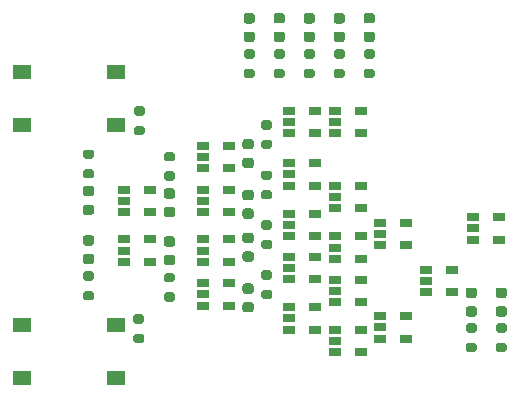
<source format=gbr>
%TF.GenerationSoftware,KiCad,Pcbnew,(5.1.9)-1*%
%TF.CreationDate,2021-04-27T12:28:50+01:00*%
%TF.ProjectId,LLC-003,4c4c432d-3030-4332-9e6b-696361645f70,1.0*%
%TF.SameCoordinates,Original*%
%TF.FileFunction,Paste,Top*%
%TF.FilePolarity,Positive*%
%FSLAX46Y46*%
G04 Gerber Fmt 4.6, Leading zero omitted, Abs format (unit mm)*
G04 Created by KiCad (PCBNEW (5.1.9)-1) date 2021-04-27 12:28:50*
%MOMM*%
%LPD*%
G01*
G04 APERTURE LIST*
%ADD10R,1.550000X1.300000*%
%ADD11R,1.060000X0.650000*%
G04 APERTURE END LIST*
D10*
%TO.C,SW2*%
X116985200Y-77066800D03*
X116985200Y-81566800D03*
X124945200Y-81566800D03*
X124945200Y-77066800D03*
%TD*%
%TO.C,SW1*%
X124894400Y-103004400D03*
X124894400Y-98504400D03*
X116934400Y-98504400D03*
X116934400Y-103004400D03*
%TD*%
%TO.C,R17*%
G36*
G01*
X127183800Y-80810000D02*
X126633800Y-80810000D01*
G75*
G02*
X126433800Y-80610000I0J200000D01*
G01*
X126433800Y-80210000D01*
G75*
G02*
X126633800Y-80010000I200000J0D01*
G01*
X127183800Y-80010000D01*
G75*
G02*
X127383800Y-80210000I0J-200000D01*
G01*
X127383800Y-80610000D01*
G75*
G02*
X127183800Y-80810000I-200000J0D01*
G01*
G37*
G36*
G01*
X127183800Y-82460000D02*
X126633800Y-82460000D01*
G75*
G02*
X126433800Y-82260000I0J200000D01*
G01*
X126433800Y-81860000D01*
G75*
G02*
X126633800Y-81660000I200000J0D01*
G01*
X127183800Y-81660000D01*
G75*
G02*
X127383800Y-81860000I0J-200000D01*
G01*
X127383800Y-82260000D01*
G75*
G02*
X127183800Y-82460000I-200000J0D01*
G01*
G37*
%TD*%
%TO.C,R16*%
G36*
G01*
X126583000Y-99261200D02*
X127133000Y-99261200D01*
G75*
G02*
X127333000Y-99461200I0J-200000D01*
G01*
X127333000Y-99861200D01*
G75*
G02*
X127133000Y-100061200I-200000J0D01*
G01*
X126583000Y-100061200D01*
G75*
G02*
X126383000Y-99861200I0J200000D01*
G01*
X126383000Y-99461200D01*
G75*
G02*
X126583000Y-99261200I200000J0D01*
G01*
G37*
G36*
G01*
X126583000Y-97611200D02*
X127133000Y-97611200D01*
G75*
G02*
X127333000Y-97811200I0J-200000D01*
G01*
X127333000Y-98211200D01*
G75*
G02*
X127133000Y-98411200I-200000J0D01*
G01*
X126583000Y-98411200D01*
G75*
G02*
X126383000Y-98211200I0J200000D01*
G01*
X126383000Y-97811200D01*
G75*
G02*
X126583000Y-97611200I200000J0D01*
G01*
G37*
%TD*%
D11*
%TO.C,U20*%
X157320400Y-89390400D03*
X157320400Y-91290400D03*
X155120400Y-91290400D03*
X155120400Y-90340400D03*
X155120400Y-89390400D03*
%TD*%
%TO.C,U19*%
X153358000Y-93860800D03*
X153358000Y-95760800D03*
X151158000Y-95760800D03*
X151158000Y-94810800D03*
X151158000Y-93860800D03*
%TD*%
%TO.C,U18*%
X149497200Y-97772400D03*
X149497200Y-99672400D03*
X147297200Y-99672400D03*
X147297200Y-98722400D03*
X147297200Y-97772400D03*
%TD*%
%TO.C,U17*%
X149497200Y-89847600D03*
X149497200Y-91747600D03*
X147297200Y-91747600D03*
X147297200Y-90797600D03*
X147297200Y-89847600D03*
%TD*%
%TO.C,U16*%
X145636400Y-98940800D03*
X145636400Y-100840800D03*
X143436400Y-100840800D03*
X143436400Y-99890800D03*
X143436400Y-98940800D03*
%TD*%
%TO.C,U15*%
X145636400Y-94673600D03*
X145636400Y-96573600D03*
X143436400Y-96573600D03*
X143436400Y-95623600D03*
X143436400Y-94673600D03*
%TD*%
%TO.C,U14*%
X145636400Y-91016000D03*
X145636400Y-92916000D03*
X143436400Y-92916000D03*
X143436400Y-91966000D03*
X143436400Y-91016000D03*
%TD*%
%TO.C,U13*%
X145636400Y-86748800D03*
X145636400Y-88648800D03*
X143436400Y-88648800D03*
X143436400Y-87698800D03*
X143436400Y-86748800D03*
%TD*%
%TO.C,U12*%
X141775600Y-97010400D03*
X141775600Y-98910400D03*
X139575600Y-98910400D03*
X139575600Y-97960400D03*
X139575600Y-97010400D03*
%TD*%
%TO.C,U11*%
X141775600Y-92743200D03*
X141775600Y-94643200D03*
X139575600Y-94643200D03*
X139575600Y-93693200D03*
X139575600Y-92743200D03*
%TD*%
%TO.C,U10*%
X141775600Y-89085600D03*
X141775600Y-90985600D03*
X139575600Y-90985600D03*
X139575600Y-90035600D03*
X139575600Y-89085600D03*
%TD*%
%TO.C,U9*%
X141775600Y-84818400D03*
X141775600Y-86718400D03*
X139575600Y-86718400D03*
X139575600Y-85768400D03*
X139575600Y-84818400D03*
%TD*%
%TO.C,U8*%
X145636400Y-80398800D03*
X145636400Y-82298800D03*
X143436400Y-82298800D03*
X143436400Y-81348800D03*
X143436400Y-80398800D03*
%TD*%
%TO.C,U7*%
X141758000Y-80398800D03*
X141758000Y-82298800D03*
X139558000Y-82298800D03*
X139558000Y-81348800D03*
X139558000Y-80398800D03*
%TD*%
%TO.C,U6*%
X134460400Y-94978400D03*
X134460400Y-96878400D03*
X132260400Y-96878400D03*
X132260400Y-95928400D03*
X132260400Y-94978400D03*
%TD*%
%TO.C,U5*%
X134460400Y-91270000D03*
X134460400Y-93170000D03*
X132260400Y-93170000D03*
X132260400Y-92220000D03*
X132260400Y-91270000D03*
%TD*%
%TO.C,U4*%
X134460400Y-87053600D03*
X134460400Y-88953600D03*
X132260400Y-88953600D03*
X132260400Y-88003600D03*
X132260400Y-87053600D03*
%TD*%
%TO.C,U3*%
X134460400Y-83360400D03*
X134460400Y-85260400D03*
X132260400Y-85260400D03*
X132260400Y-84310400D03*
X132260400Y-83360400D03*
%TD*%
%TO.C,U2*%
X127805600Y-87053600D03*
X127805600Y-88953600D03*
X125605600Y-88953600D03*
X125605600Y-88003600D03*
X125605600Y-87053600D03*
%TD*%
%TO.C,U1*%
X127805600Y-91270000D03*
X127805600Y-93170000D03*
X125605600Y-93170000D03*
X125605600Y-92220000D03*
X125605600Y-91270000D03*
%TD*%
%TO.C,R15*%
G36*
G01*
X157266200Y-100023200D02*
X157816200Y-100023200D01*
G75*
G02*
X158016200Y-100223200I0J-200000D01*
G01*
X158016200Y-100623200D01*
G75*
G02*
X157816200Y-100823200I-200000J0D01*
G01*
X157266200Y-100823200D01*
G75*
G02*
X157066200Y-100623200I0J200000D01*
G01*
X157066200Y-100223200D01*
G75*
G02*
X157266200Y-100023200I200000J0D01*
G01*
G37*
G36*
G01*
X157266200Y-98373200D02*
X157816200Y-98373200D01*
G75*
G02*
X158016200Y-98573200I0J-200000D01*
G01*
X158016200Y-98973200D01*
G75*
G02*
X157816200Y-99173200I-200000J0D01*
G01*
X157266200Y-99173200D01*
G75*
G02*
X157066200Y-98973200I0J200000D01*
G01*
X157066200Y-98573200D01*
G75*
G02*
X157266200Y-98373200I200000J0D01*
G01*
G37*
%TD*%
%TO.C,R14*%
G36*
G01*
X154726200Y-100023200D02*
X155276200Y-100023200D01*
G75*
G02*
X155476200Y-100223200I0J-200000D01*
G01*
X155476200Y-100623200D01*
G75*
G02*
X155276200Y-100823200I-200000J0D01*
G01*
X154726200Y-100823200D01*
G75*
G02*
X154526200Y-100623200I0J200000D01*
G01*
X154526200Y-100223200D01*
G75*
G02*
X154726200Y-100023200I200000J0D01*
G01*
G37*
G36*
G01*
X154726200Y-98373200D02*
X155276200Y-98373200D01*
G75*
G02*
X155476200Y-98573200I0J-200000D01*
G01*
X155476200Y-98973200D01*
G75*
G02*
X155276200Y-99173200I-200000J0D01*
G01*
X154726200Y-99173200D01*
G75*
G02*
X154526200Y-98973200I0J200000D01*
G01*
X154526200Y-98573200D01*
G75*
G02*
X154726200Y-98373200I200000J0D01*
G01*
G37*
%TD*%
%TO.C,R13*%
G36*
G01*
X146090200Y-76846200D02*
X146640200Y-76846200D01*
G75*
G02*
X146840200Y-77046200I0J-200000D01*
G01*
X146840200Y-77446200D01*
G75*
G02*
X146640200Y-77646200I-200000J0D01*
G01*
X146090200Y-77646200D01*
G75*
G02*
X145890200Y-77446200I0J200000D01*
G01*
X145890200Y-77046200D01*
G75*
G02*
X146090200Y-76846200I200000J0D01*
G01*
G37*
G36*
G01*
X146090200Y-75196200D02*
X146640200Y-75196200D01*
G75*
G02*
X146840200Y-75396200I0J-200000D01*
G01*
X146840200Y-75796200D01*
G75*
G02*
X146640200Y-75996200I-200000J0D01*
G01*
X146090200Y-75996200D01*
G75*
G02*
X145890200Y-75796200I0J200000D01*
G01*
X145890200Y-75396200D01*
G75*
G02*
X146090200Y-75196200I200000J0D01*
G01*
G37*
%TD*%
%TO.C,R12*%
G36*
G01*
X143550200Y-76846200D02*
X144100200Y-76846200D01*
G75*
G02*
X144300200Y-77046200I0J-200000D01*
G01*
X144300200Y-77446200D01*
G75*
G02*
X144100200Y-77646200I-200000J0D01*
G01*
X143550200Y-77646200D01*
G75*
G02*
X143350200Y-77446200I0J200000D01*
G01*
X143350200Y-77046200D01*
G75*
G02*
X143550200Y-76846200I200000J0D01*
G01*
G37*
G36*
G01*
X143550200Y-75196200D02*
X144100200Y-75196200D01*
G75*
G02*
X144300200Y-75396200I0J-200000D01*
G01*
X144300200Y-75796200D01*
G75*
G02*
X144100200Y-75996200I-200000J0D01*
G01*
X143550200Y-75996200D01*
G75*
G02*
X143350200Y-75796200I0J200000D01*
G01*
X143350200Y-75396200D01*
G75*
G02*
X143550200Y-75196200I200000J0D01*
G01*
G37*
%TD*%
%TO.C,R11*%
G36*
G01*
X141010200Y-76846200D02*
X141560200Y-76846200D01*
G75*
G02*
X141760200Y-77046200I0J-200000D01*
G01*
X141760200Y-77446200D01*
G75*
G02*
X141560200Y-77646200I-200000J0D01*
G01*
X141010200Y-77646200D01*
G75*
G02*
X140810200Y-77446200I0J200000D01*
G01*
X140810200Y-77046200D01*
G75*
G02*
X141010200Y-76846200I200000J0D01*
G01*
G37*
G36*
G01*
X141010200Y-75196200D02*
X141560200Y-75196200D01*
G75*
G02*
X141760200Y-75396200I0J-200000D01*
G01*
X141760200Y-75796200D01*
G75*
G02*
X141560200Y-75996200I-200000J0D01*
G01*
X141010200Y-75996200D01*
G75*
G02*
X140810200Y-75796200I0J200000D01*
G01*
X140810200Y-75396200D01*
G75*
G02*
X141010200Y-75196200I200000J0D01*
G01*
G37*
%TD*%
%TO.C,R10*%
G36*
G01*
X138470200Y-76846200D02*
X139020200Y-76846200D01*
G75*
G02*
X139220200Y-77046200I0J-200000D01*
G01*
X139220200Y-77446200D01*
G75*
G02*
X139020200Y-77646200I-200000J0D01*
G01*
X138470200Y-77646200D01*
G75*
G02*
X138270200Y-77446200I0J200000D01*
G01*
X138270200Y-77046200D01*
G75*
G02*
X138470200Y-76846200I200000J0D01*
G01*
G37*
G36*
G01*
X138470200Y-75196200D02*
X139020200Y-75196200D01*
G75*
G02*
X139220200Y-75396200I0J-200000D01*
G01*
X139220200Y-75796200D01*
G75*
G02*
X139020200Y-75996200I-200000J0D01*
G01*
X138470200Y-75996200D01*
G75*
G02*
X138270200Y-75796200I0J200000D01*
G01*
X138270200Y-75396200D01*
G75*
G02*
X138470200Y-75196200I200000J0D01*
G01*
G37*
%TD*%
%TO.C,R9*%
G36*
G01*
X135930200Y-76846200D02*
X136480200Y-76846200D01*
G75*
G02*
X136680200Y-77046200I0J-200000D01*
G01*
X136680200Y-77446200D01*
G75*
G02*
X136480200Y-77646200I-200000J0D01*
G01*
X135930200Y-77646200D01*
G75*
G02*
X135730200Y-77446200I0J200000D01*
G01*
X135730200Y-77046200D01*
G75*
G02*
X135930200Y-76846200I200000J0D01*
G01*
G37*
G36*
G01*
X135930200Y-75196200D02*
X136480200Y-75196200D01*
G75*
G02*
X136680200Y-75396200I0J-200000D01*
G01*
X136680200Y-75796200D01*
G75*
G02*
X136480200Y-75996200I-200000J0D01*
G01*
X135930200Y-75996200D01*
G75*
G02*
X135730200Y-75796200I0J200000D01*
G01*
X135730200Y-75396200D01*
G75*
G02*
X135930200Y-75196200I200000J0D01*
G01*
G37*
%TD*%
%TO.C,R8*%
G36*
G01*
X137953400Y-94702800D02*
X137403400Y-94702800D01*
G75*
G02*
X137203400Y-94502800I0J200000D01*
G01*
X137203400Y-94102800D01*
G75*
G02*
X137403400Y-93902800I200000J0D01*
G01*
X137953400Y-93902800D01*
G75*
G02*
X138153400Y-94102800I0J-200000D01*
G01*
X138153400Y-94502800D01*
G75*
G02*
X137953400Y-94702800I-200000J0D01*
G01*
G37*
G36*
G01*
X137953400Y-96352800D02*
X137403400Y-96352800D01*
G75*
G02*
X137203400Y-96152800I0J200000D01*
G01*
X137203400Y-95752800D01*
G75*
G02*
X137403400Y-95552800I200000J0D01*
G01*
X137953400Y-95552800D01*
G75*
G02*
X138153400Y-95752800I0J-200000D01*
G01*
X138153400Y-96152800D01*
G75*
G02*
X137953400Y-96352800I-200000J0D01*
G01*
G37*
%TD*%
%TO.C,R7*%
G36*
G01*
X137953400Y-90462000D02*
X137403400Y-90462000D01*
G75*
G02*
X137203400Y-90262000I0J200000D01*
G01*
X137203400Y-89862000D01*
G75*
G02*
X137403400Y-89662000I200000J0D01*
G01*
X137953400Y-89662000D01*
G75*
G02*
X138153400Y-89862000I0J-200000D01*
G01*
X138153400Y-90262000D01*
G75*
G02*
X137953400Y-90462000I-200000J0D01*
G01*
G37*
G36*
G01*
X137953400Y-92112000D02*
X137403400Y-92112000D01*
G75*
G02*
X137203400Y-91912000I0J200000D01*
G01*
X137203400Y-91512000D01*
G75*
G02*
X137403400Y-91312000I200000J0D01*
G01*
X137953400Y-91312000D01*
G75*
G02*
X138153400Y-91512000I0J-200000D01*
G01*
X138153400Y-91912000D01*
G75*
G02*
X137953400Y-92112000I-200000J0D01*
G01*
G37*
%TD*%
%TO.C,R6*%
G36*
G01*
X137953400Y-86245600D02*
X137403400Y-86245600D01*
G75*
G02*
X137203400Y-86045600I0J200000D01*
G01*
X137203400Y-85645600D01*
G75*
G02*
X137403400Y-85445600I200000J0D01*
G01*
X137953400Y-85445600D01*
G75*
G02*
X138153400Y-85645600I0J-200000D01*
G01*
X138153400Y-86045600D01*
G75*
G02*
X137953400Y-86245600I-200000J0D01*
G01*
G37*
G36*
G01*
X137953400Y-87895600D02*
X137403400Y-87895600D01*
G75*
G02*
X137203400Y-87695600I0J200000D01*
G01*
X137203400Y-87295600D01*
G75*
G02*
X137403400Y-87095600I200000J0D01*
G01*
X137953400Y-87095600D01*
G75*
G02*
X138153400Y-87295600I0J-200000D01*
G01*
X138153400Y-87695600D01*
G75*
G02*
X137953400Y-87895600I-200000J0D01*
G01*
G37*
%TD*%
%TO.C,R5*%
G36*
G01*
X137953400Y-81978400D02*
X137403400Y-81978400D01*
G75*
G02*
X137203400Y-81778400I0J200000D01*
G01*
X137203400Y-81378400D01*
G75*
G02*
X137403400Y-81178400I200000J0D01*
G01*
X137953400Y-81178400D01*
G75*
G02*
X138153400Y-81378400I0J-200000D01*
G01*
X138153400Y-81778400D01*
G75*
G02*
X137953400Y-81978400I-200000J0D01*
G01*
G37*
G36*
G01*
X137953400Y-83628400D02*
X137403400Y-83628400D01*
G75*
G02*
X137203400Y-83428400I0J200000D01*
G01*
X137203400Y-83028400D01*
G75*
G02*
X137403400Y-82828400I200000J0D01*
G01*
X137953400Y-82828400D01*
G75*
G02*
X138153400Y-83028400I0J-200000D01*
G01*
X138153400Y-83428400D01*
G75*
G02*
X137953400Y-83628400I-200000J0D01*
G01*
G37*
%TD*%
%TO.C,R4*%
G36*
G01*
X129173800Y-95756000D02*
X129723800Y-95756000D01*
G75*
G02*
X129923800Y-95956000I0J-200000D01*
G01*
X129923800Y-96356000D01*
G75*
G02*
X129723800Y-96556000I-200000J0D01*
G01*
X129173800Y-96556000D01*
G75*
G02*
X128973800Y-96356000I0J200000D01*
G01*
X128973800Y-95956000D01*
G75*
G02*
X129173800Y-95756000I200000J0D01*
G01*
G37*
G36*
G01*
X129173800Y-94106000D02*
X129723800Y-94106000D01*
G75*
G02*
X129923800Y-94306000I0J-200000D01*
G01*
X129923800Y-94706000D01*
G75*
G02*
X129723800Y-94906000I-200000J0D01*
G01*
X129173800Y-94906000D01*
G75*
G02*
X128973800Y-94706000I0J200000D01*
G01*
X128973800Y-94306000D01*
G75*
G02*
X129173800Y-94106000I200000J0D01*
G01*
G37*
%TD*%
%TO.C,R3*%
G36*
G01*
X129723800Y-84670800D02*
X129173800Y-84670800D01*
G75*
G02*
X128973800Y-84470800I0J200000D01*
G01*
X128973800Y-84070800D01*
G75*
G02*
X129173800Y-83870800I200000J0D01*
G01*
X129723800Y-83870800D01*
G75*
G02*
X129923800Y-84070800I0J-200000D01*
G01*
X129923800Y-84470800D01*
G75*
G02*
X129723800Y-84670800I-200000J0D01*
G01*
G37*
G36*
G01*
X129723800Y-86320800D02*
X129173800Y-86320800D01*
G75*
G02*
X128973800Y-86120800I0J200000D01*
G01*
X128973800Y-85720800D01*
G75*
G02*
X129173800Y-85520800I200000J0D01*
G01*
X129723800Y-85520800D01*
G75*
G02*
X129923800Y-85720800I0J-200000D01*
G01*
X129923800Y-86120800D01*
G75*
G02*
X129723800Y-86320800I-200000J0D01*
G01*
G37*
%TD*%
%TO.C,R2*%
G36*
G01*
X122865800Y-84467600D02*
X122315800Y-84467600D01*
G75*
G02*
X122115800Y-84267600I0J200000D01*
G01*
X122115800Y-83867600D01*
G75*
G02*
X122315800Y-83667600I200000J0D01*
G01*
X122865800Y-83667600D01*
G75*
G02*
X123065800Y-83867600I0J-200000D01*
G01*
X123065800Y-84267600D01*
G75*
G02*
X122865800Y-84467600I-200000J0D01*
G01*
G37*
G36*
G01*
X122865800Y-86117600D02*
X122315800Y-86117600D01*
G75*
G02*
X122115800Y-85917600I0J200000D01*
G01*
X122115800Y-85517600D01*
G75*
G02*
X122315800Y-85317600I200000J0D01*
G01*
X122865800Y-85317600D01*
G75*
G02*
X123065800Y-85517600I0J-200000D01*
G01*
X123065800Y-85917600D01*
G75*
G02*
X122865800Y-86117600I-200000J0D01*
G01*
G37*
%TD*%
%TO.C,R1*%
G36*
G01*
X122315800Y-95642200D02*
X122865800Y-95642200D01*
G75*
G02*
X123065800Y-95842200I0J-200000D01*
G01*
X123065800Y-96242200D01*
G75*
G02*
X122865800Y-96442200I-200000J0D01*
G01*
X122315800Y-96442200D01*
G75*
G02*
X122115800Y-96242200I0J200000D01*
G01*
X122115800Y-95842200D01*
G75*
G02*
X122315800Y-95642200I200000J0D01*
G01*
G37*
G36*
G01*
X122315800Y-93992200D02*
X122865800Y-93992200D01*
G75*
G02*
X123065800Y-94192200I0J-200000D01*
G01*
X123065800Y-94592200D01*
G75*
G02*
X122865800Y-94792200I-200000J0D01*
G01*
X122315800Y-94792200D01*
G75*
G02*
X122115800Y-94592200I0J200000D01*
G01*
X122115800Y-94192200D01*
G75*
G02*
X122315800Y-93992200I200000J0D01*
G01*
G37*
%TD*%
%TO.C,D15*%
G36*
G01*
X157797450Y-96238800D02*
X157284950Y-96238800D01*
G75*
G02*
X157066200Y-96020050I0J218750D01*
G01*
X157066200Y-95582550D01*
G75*
G02*
X157284950Y-95363800I218750J0D01*
G01*
X157797450Y-95363800D01*
G75*
G02*
X158016200Y-95582550I0J-218750D01*
G01*
X158016200Y-96020050D01*
G75*
G02*
X157797450Y-96238800I-218750J0D01*
G01*
G37*
G36*
G01*
X157797450Y-97813800D02*
X157284950Y-97813800D01*
G75*
G02*
X157066200Y-97595050I0J218750D01*
G01*
X157066200Y-97157550D01*
G75*
G02*
X157284950Y-96938800I218750J0D01*
G01*
X157797450Y-96938800D01*
G75*
G02*
X158016200Y-97157550I0J-218750D01*
G01*
X158016200Y-97595050D01*
G75*
G02*
X157797450Y-97813800I-218750J0D01*
G01*
G37*
%TD*%
%TO.C,D14*%
G36*
G01*
X155257450Y-96238800D02*
X154744950Y-96238800D01*
G75*
G02*
X154526200Y-96020050I0J218750D01*
G01*
X154526200Y-95582550D01*
G75*
G02*
X154744950Y-95363800I218750J0D01*
G01*
X155257450Y-95363800D01*
G75*
G02*
X155476200Y-95582550I0J-218750D01*
G01*
X155476200Y-96020050D01*
G75*
G02*
X155257450Y-96238800I-218750J0D01*
G01*
G37*
G36*
G01*
X155257450Y-97813800D02*
X154744950Y-97813800D01*
G75*
G02*
X154526200Y-97595050I0J218750D01*
G01*
X154526200Y-97157550D01*
G75*
G02*
X154744950Y-96938800I218750J0D01*
G01*
X155257450Y-96938800D01*
G75*
G02*
X155476200Y-97157550I0J-218750D01*
G01*
X155476200Y-97595050D01*
G75*
G02*
X155257450Y-97813800I-218750J0D01*
G01*
G37*
%TD*%
%TO.C,D13*%
G36*
G01*
X146621450Y-72997700D02*
X146108950Y-72997700D01*
G75*
G02*
X145890200Y-72778950I0J218750D01*
G01*
X145890200Y-72341450D01*
G75*
G02*
X146108950Y-72122700I218750J0D01*
G01*
X146621450Y-72122700D01*
G75*
G02*
X146840200Y-72341450I0J-218750D01*
G01*
X146840200Y-72778950D01*
G75*
G02*
X146621450Y-72997700I-218750J0D01*
G01*
G37*
G36*
G01*
X146621450Y-74572700D02*
X146108950Y-74572700D01*
G75*
G02*
X145890200Y-74353950I0J218750D01*
G01*
X145890200Y-73916450D01*
G75*
G02*
X146108950Y-73697700I218750J0D01*
G01*
X146621450Y-73697700D01*
G75*
G02*
X146840200Y-73916450I0J-218750D01*
G01*
X146840200Y-74353950D01*
G75*
G02*
X146621450Y-74572700I-218750J0D01*
G01*
G37*
%TD*%
%TO.C,D12*%
G36*
G01*
X144081450Y-72997900D02*
X143568950Y-72997900D01*
G75*
G02*
X143350200Y-72779150I0J218750D01*
G01*
X143350200Y-72341650D01*
G75*
G02*
X143568950Y-72122900I218750J0D01*
G01*
X144081450Y-72122900D01*
G75*
G02*
X144300200Y-72341650I0J-218750D01*
G01*
X144300200Y-72779150D01*
G75*
G02*
X144081450Y-72997900I-218750J0D01*
G01*
G37*
G36*
G01*
X144081450Y-74572900D02*
X143568950Y-74572900D01*
G75*
G02*
X143350200Y-74354150I0J218750D01*
G01*
X143350200Y-73916650D01*
G75*
G02*
X143568950Y-73697900I218750J0D01*
G01*
X144081450Y-73697900D01*
G75*
G02*
X144300200Y-73916650I0J-218750D01*
G01*
X144300200Y-74354150D01*
G75*
G02*
X144081450Y-74572900I-218750J0D01*
G01*
G37*
%TD*%
%TO.C,D11*%
G36*
G01*
X141541450Y-72997900D02*
X141028950Y-72997900D01*
G75*
G02*
X140810200Y-72779150I0J218750D01*
G01*
X140810200Y-72341650D01*
G75*
G02*
X141028950Y-72122900I218750J0D01*
G01*
X141541450Y-72122900D01*
G75*
G02*
X141760200Y-72341650I0J-218750D01*
G01*
X141760200Y-72779150D01*
G75*
G02*
X141541450Y-72997900I-218750J0D01*
G01*
G37*
G36*
G01*
X141541450Y-74572900D02*
X141028950Y-74572900D01*
G75*
G02*
X140810200Y-74354150I0J218750D01*
G01*
X140810200Y-73916650D01*
G75*
G02*
X141028950Y-73697900I218750J0D01*
G01*
X141541450Y-73697900D01*
G75*
G02*
X141760200Y-73916650I0J-218750D01*
G01*
X141760200Y-74354150D01*
G75*
G02*
X141541450Y-74572900I-218750J0D01*
G01*
G37*
%TD*%
%TO.C,D10*%
G36*
G01*
X139001450Y-72997700D02*
X138488950Y-72997700D01*
G75*
G02*
X138270200Y-72778950I0J218750D01*
G01*
X138270200Y-72341450D01*
G75*
G02*
X138488950Y-72122700I218750J0D01*
G01*
X139001450Y-72122700D01*
G75*
G02*
X139220200Y-72341450I0J-218750D01*
G01*
X139220200Y-72778950D01*
G75*
G02*
X139001450Y-72997700I-218750J0D01*
G01*
G37*
G36*
G01*
X139001450Y-74572700D02*
X138488950Y-74572700D01*
G75*
G02*
X138270200Y-74353950I0J218750D01*
G01*
X138270200Y-73916450D01*
G75*
G02*
X138488950Y-73697700I218750J0D01*
G01*
X139001450Y-73697700D01*
G75*
G02*
X139220200Y-73916450I0J-218750D01*
G01*
X139220200Y-74353950D01*
G75*
G02*
X139001450Y-74572700I-218750J0D01*
G01*
G37*
%TD*%
%TO.C,D9*%
G36*
G01*
X136461450Y-72997900D02*
X135948950Y-72997900D01*
G75*
G02*
X135730200Y-72779150I0J218750D01*
G01*
X135730200Y-72341650D01*
G75*
G02*
X135948950Y-72122900I218750J0D01*
G01*
X136461450Y-72122900D01*
G75*
G02*
X136680200Y-72341650I0J-218750D01*
G01*
X136680200Y-72779150D01*
G75*
G02*
X136461450Y-72997900I-218750J0D01*
G01*
G37*
G36*
G01*
X136461450Y-74572900D02*
X135948950Y-74572900D01*
G75*
G02*
X135730200Y-74354150I0J218750D01*
G01*
X135730200Y-73916650D01*
G75*
G02*
X135948950Y-73697900I218750J0D01*
G01*
X136461450Y-73697900D01*
G75*
G02*
X136680200Y-73916650I0J-218750D01*
G01*
X136680200Y-74354150D01*
G75*
G02*
X136461450Y-74572900I-218750J0D01*
G01*
G37*
%TD*%
%TO.C,D8*%
G36*
G01*
X135847350Y-96583200D02*
X136359850Y-96583200D01*
G75*
G02*
X136578600Y-96801950I0J-218750D01*
G01*
X136578600Y-97239450D01*
G75*
G02*
X136359850Y-97458200I-218750J0D01*
G01*
X135847350Y-97458200D01*
G75*
G02*
X135628600Y-97239450I0J218750D01*
G01*
X135628600Y-96801950D01*
G75*
G02*
X135847350Y-96583200I218750J0D01*
G01*
G37*
G36*
G01*
X135847350Y-95008200D02*
X136359850Y-95008200D01*
G75*
G02*
X136578600Y-95226950I0J-218750D01*
G01*
X136578600Y-95664450D01*
G75*
G02*
X136359850Y-95883200I-218750J0D01*
G01*
X135847350Y-95883200D01*
G75*
G02*
X135628600Y-95664450I0J218750D01*
G01*
X135628600Y-95226950D01*
G75*
G02*
X135847350Y-95008200I218750J0D01*
G01*
G37*
%TD*%
%TO.C,D7*%
G36*
G01*
X135847350Y-92290500D02*
X136359850Y-92290500D01*
G75*
G02*
X136578600Y-92509250I0J-218750D01*
G01*
X136578600Y-92946750D01*
G75*
G02*
X136359850Y-93165500I-218750J0D01*
G01*
X135847350Y-93165500D01*
G75*
G02*
X135628600Y-92946750I0J218750D01*
G01*
X135628600Y-92509250D01*
G75*
G02*
X135847350Y-92290500I218750J0D01*
G01*
G37*
G36*
G01*
X135847350Y-90715500D02*
X136359850Y-90715500D01*
G75*
G02*
X136578600Y-90934250I0J-218750D01*
G01*
X136578600Y-91371750D01*
G75*
G02*
X136359850Y-91590500I-218750J0D01*
G01*
X135847350Y-91590500D01*
G75*
G02*
X135628600Y-91371750I0J218750D01*
G01*
X135628600Y-90934250D01*
G75*
G02*
X135847350Y-90715500I218750J0D01*
G01*
G37*
%TD*%
%TO.C,D6*%
G36*
G01*
X135847350Y-88658400D02*
X136359850Y-88658400D01*
G75*
G02*
X136578600Y-88877150I0J-218750D01*
G01*
X136578600Y-89314650D01*
G75*
G02*
X136359850Y-89533400I-218750J0D01*
G01*
X135847350Y-89533400D01*
G75*
G02*
X135628600Y-89314650I0J218750D01*
G01*
X135628600Y-88877150D01*
G75*
G02*
X135847350Y-88658400I218750J0D01*
G01*
G37*
G36*
G01*
X135847350Y-87083400D02*
X136359850Y-87083400D01*
G75*
G02*
X136578600Y-87302150I0J-218750D01*
G01*
X136578600Y-87739650D01*
G75*
G02*
X136359850Y-87958400I-218750J0D01*
G01*
X135847350Y-87958400D01*
G75*
G02*
X135628600Y-87739650I0J218750D01*
G01*
X135628600Y-87302150D01*
G75*
G02*
X135847350Y-87083400I218750J0D01*
G01*
G37*
%TD*%
%TO.C,D5*%
G36*
G01*
X135847350Y-84365700D02*
X136359850Y-84365700D01*
G75*
G02*
X136578600Y-84584450I0J-218750D01*
G01*
X136578600Y-85021950D01*
G75*
G02*
X136359850Y-85240700I-218750J0D01*
G01*
X135847350Y-85240700D01*
G75*
G02*
X135628600Y-85021950I0J218750D01*
G01*
X135628600Y-84584450D01*
G75*
G02*
X135847350Y-84365700I218750J0D01*
G01*
G37*
G36*
G01*
X135847350Y-82790700D02*
X136359850Y-82790700D01*
G75*
G02*
X136578600Y-83009450I0J-218750D01*
G01*
X136578600Y-83446950D01*
G75*
G02*
X136359850Y-83665700I-218750J0D01*
G01*
X135847350Y-83665700D01*
G75*
G02*
X135628600Y-83446950I0J218750D01*
G01*
X135628600Y-83009450D01*
G75*
G02*
X135847350Y-82790700I218750J0D01*
G01*
G37*
%TD*%
%TO.C,D4*%
G36*
G01*
X129705050Y-91895300D02*
X129192550Y-91895300D01*
G75*
G02*
X128973800Y-91676550I0J218750D01*
G01*
X128973800Y-91239050D01*
G75*
G02*
X129192550Y-91020300I218750J0D01*
G01*
X129705050Y-91020300D01*
G75*
G02*
X129923800Y-91239050I0J-218750D01*
G01*
X129923800Y-91676550D01*
G75*
G02*
X129705050Y-91895300I-218750J0D01*
G01*
G37*
G36*
G01*
X129705050Y-93470300D02*
X129192550Y-93470300D01*
G75*
G02*
X128973800Y-93251550I0J218750D01*
G01*
X128973800Y-92814050D01*
G75*
G02*
X129192550Y-92595300I218750J0D01*
G01*
X129705050Y-92595300D01*
G75*
G02*
X129923800Y-92814050I0J-218750D01*
G01*
X129923800Y-93251550D01*
G75*
G02*
X129705050Y-93470300I-218750J0D01*
G01*
G37*
%TD*%
%TO.C,D3*%
G36*
G01*
X129192550Y-88531500D02*
X129705050Y-88531500D01*
G75*
G02*
X129923800Y-88750250I0J-218750D01*
G01*
X129923800Y-89187750D01*
G75*
G02*
X129705050Y-89406500I-218750J0D01*
G01*
X129192550Y-89406500D01*
G75*
G02*
X128973800Y-89187750I0J218750D01*
G01*
X128973800Y-88750250D01*
G75*
G02*
X129192550Y-88531500I218750J0D01*
G01*
G37*
G36*
G01*
X129192550Y-86956500D02*
X129705050Y-86956500D01*
G75*
G02*
X129923800Y-87175250I0J-218750D01*
G01*
X129923800Y-87612750D01*
G75*
G02*
X129705050Y-87831500I-218750J0D01*
G01*
X129192550Y-87831500D01*
G75*
G02*
X128973800Y-87612750I0J218750D01*
G01*
X128973800Y-87175250D01*
G75*
G02*
X129192550Y-86956500I218750J0D01*
G01*
G37*
%TD*%
%TO.C,D2*%
G36*
G01*
X122334550Y-88328300D02*
X122847050Y-88328300D01*
G75*
G02*
X123065800Y-88547050I0J-218750D01*
G01*
X123065800Y-88984550D01*
G75*
G02*
X122847050Y-89203300I-218750J0D01*
G01*
X122334550Y-89203300D01*
G75*
G02*
X122115800Y-88984550I0J218750D01*
G01*
X122115800Y-88547050D01*
G75*
G02*
X122334550Y-88328300I218750J0D01*
G01*
G37*
G36*
G01*
X122334550Y-86753300D02*
X122847050Y-86753300D01*
G75*
G02*
X123065800Y-86972050I0J-218750D01*
G01*
X123065800Y-87409550D01*
G75*
G02*
X122847050Y-87628300I-218750J0D01*
G01*
X122334550Y-87628300D01*
G75*
G02*
X122115800Y-87409550I0J218750D01*
G01*
X122115800Y-86972050D01*
G75*
G02*
X122334550Y-86753300I218750J0D01*
G01*
G37*
%TD*%
%TO.C,D1*%
G36*
G01*
X122847050Y-91793900D02*
X122334550Y-91793900D01*
G75*
G02*
X122115800Y-91575150I0J218750D01*
G01*
X122115800Y-91137650D01*
G75*
G02*
X122334550Y-90918900I218750J0D01*
G01*
X122847050Y-90918900D01*
G75*
G02*
X123065800Y-91137650I0J-218750D01*
G01*
X123065800Y-91575150D01*
G75*
G02*
X122847050Y-91793900I-218750J0D01*
G01*
G37*
G36*
G01*
X122847050Y-93368900D02*
X122334550Y-93368900D01*
G75*
G02*
X122115800Y-93150150I0J218750D01*
G01*
X122115800Y-92712650D01*
G75*
G02*
X122334550Y-92493900I218750J0D01*
G01*
X122847050Y-92493900D01*
G75*
G02*
X123065800Y-92712650I0J-218750D01*
G01*
X123065800Y-93150150D01*
G75*
G02*
X122847050Y-93368900I-218750J0D01*
G01*
G37*
%TD*%
M02*

</source>
